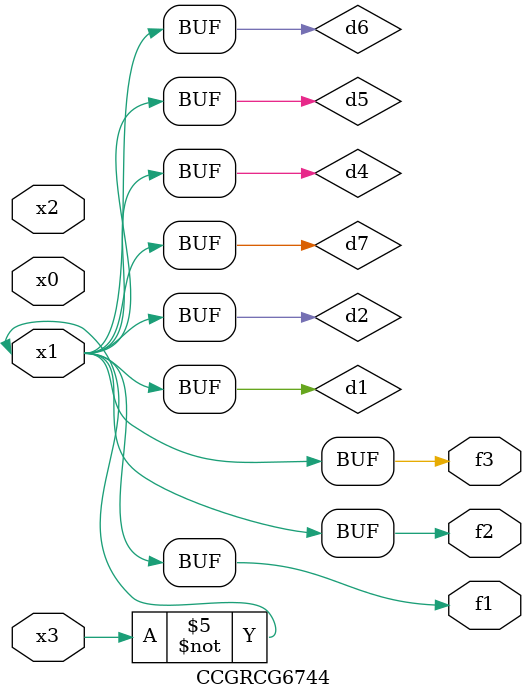
<source format=v>
module CCGRCG6744(
	input x0, x1, x2, x3,
	output f1, f2, f3
);

	wire d1, d2, d3, d4, d5, d6, d7;

	not (d1, x3);
	buf (d2, x1);
	xnor (d3, d1, d2);
	nor (d4, d1);
	buf (d5, d1, d2);
	buf (d6, d4, d5);
	nand (d7, d4);
	assign f1 = d6;
	assign f2 = d7;
	assign f3 = d6;
endmodule

</source>
